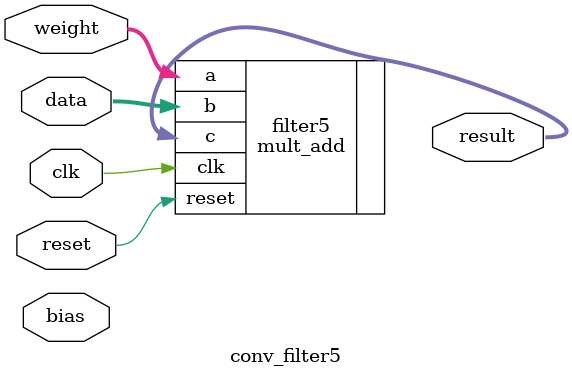
<source format=v>
`timescale 1ns / 1ps


module conv_filter5#(
parameter FILTER_WIDTH = 5,
parameter FILTER_HEIGHT = 5,
parameter FILTER_CHANNEL = 3,
parameter BITWIDTH = 8)
(
input clk,
input reset,
input wire signed [BITWIDTH-1:0] weight,
input wire signed [BITWIDTH-1:0] data,
input wire signed [BITWIDTH*2-1:0] bias,
output signed [BITWIDTH*2-1:0] result 
    );

mult_add#(BITWIDTH) filter5(
					.clk(clk),
					.reset(reset),
					.a(weight),
					.b(data),
					.c(result)

);
	
endmodule

</source>
